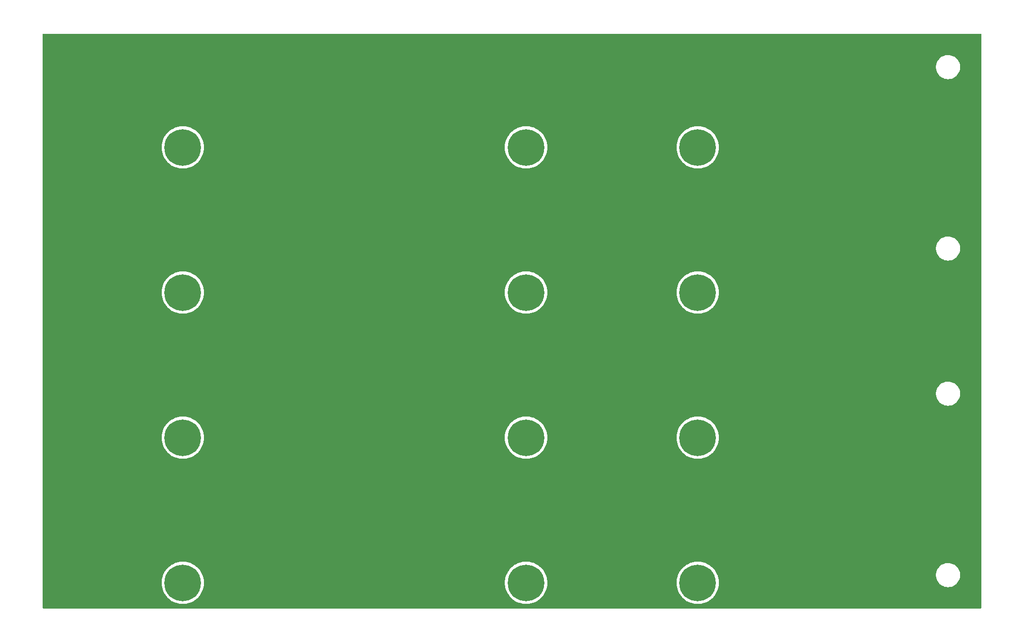
<source format=gbr>
%TF.GenerationSoftware,KiCad,Pcbnew,(6.0.5)*%
%TF.CreationDate,2023-01-21T13:29:46-05:00*%
%TF.ProjectId,floppy_bracket,666c6f70-7079-45f6-9272-61636b65742e,rev?*%
%TF.SameCoordinates,Original*%
%TF.FileFunction,Copper,L2,Bot*%
%TF.FilePolarity,Positive*%
%FSLAX46Y46*%
G04 Gerber Fmt 4.6, Leading zero omitted, Abs format (unit mm)*
G04 Created by KiCad (PCBNEW (6.0.5)) date 2023-01-21 13:29:46*
%MOMM*%
%LPD*%
G01*
G04 APERTURE LIST*
%TA.AperFunction,ComponentPad*%
%ADD10C,6.400000*%
%TD*%
G04 APERTURE END LIST*
D10*
%TO.P,H2,1*%
%TO.N,N/C*%
X161200000Y-71200000D03*
%TD*%
%TO.P,H11,1*%
%TO.N,N/C*%
X161200000Y-147400000D03*
%TD*%
%TO.P,H6,1*%
%TO.N,N/C*%
X191200000Y-96600000D03*
%TD*%
%TO.P,H5,1*%
%TO.N,N/C*%
X161200000Y-96600000D03*
%TD*%
%TO.P,H10,1*%
%TO.N,N/C*%
X101200000Y-147400000D03*
%TD*%
%TO.P,H3,1*%
%TO.N,N/C*%
X191200000Y-71200000D03*
%TD*%
%TO.P,H7,1*%
%TO.N,N/C*%
X101200000Y-122000000D03*
%TD*%
%TO.P,H12,1*%
%TO.N,N/C*%
X191200000Y-147400000D03*
%TD*%
%TO.P,H8,1*%
%TO.N,N/C*%
X161200000Y-122000000D03*
%TD*%
%TO.P,H4,1*%
%TO.N,N/C*%
X101200000Y-96600000D03*
%TD*%
%TO.P,H9,1*%
%TO.N,N/C*%
X191200000Y-122000000D03*
%TD*%
%TO.P,H1,1*%
%TO.N,N/C*%
X101200000Y-71200000D03*
%TD*%
%TA.AperFunction,NonConductor*%
G36*
X240733621Y-51328502D02*
G01*
X240780114Y-51382158D01*
X240791500Y-51434500D01*
X240791500Y-151765500D01*
X240771498Y-151833621D01*
X240717842Y-151880114D01*
X240665500Y-151891500D01*
X76834500Y-151891500D01*
X76766379Y-151871498D01*
X76719886Y-151817842D01*
X76708500Y-151765500D01*
X76708500Y-147400000D01*
X97486411Y-147400000D01*
X97506754Y-147788176D01*
X97507267Y-147791416D01*
X97507268Y-147791424D01*
X97518085Y-147859715D01*
X97567562Y-148172099D01*
X97668167Y-148547562D01*
X97807468Y-148910453D01*
X97983938Y-149256794D01*
X98195643Y-149582793D01*
X98440266Y-149884876D01*
X98715124Y-150159734D01*
X99017207Y-150404357D01*
X99343205Y-150616062D01*
X99346139Y-150617557D01*
X99346146Y-150617561D01*
X99686607Y-150791034D01*
X99689547Y-150792532D01*
X100052438Y-150931833D01*
X100427901Y-151032438D01*
X100631793Y-151064732D01*
X100808576Y-151092732D01*
X100808584Y-151092733D01*
X100811824Y-151093246D01*
X101200000Y-151113589D01*
X101588176Y-151093246D01*
X101591416Y-151092733D01*
X101591424Y-151092732D01*
X101768207Y-151064732D01*
X101972099Y-151032438D01*
X102347562Y-150931833D01*
X102710453Y-150792532D01*
X102713393Y-150791034D01*
X103053854Y-150617561D01*
X103053861Y-150617557D01*
X103056795Y-150616062D01*
X103382793Y-150404357D01*
X103684876Y-150159734D01*
X103959734Y-149884876D01*
X104204357Y-149582793D01*
X104416062Y-149256794D01*
X104592532Y-148910453D01*
X104731833Y-148547562D01*
X104832438Y-148172099D01*
X104881915Y-147859715D01*
X104892732Y-147791424D01*
X104892733Y-147791416D01*
X104893246Y-147788176D01*
X104913589Y-147400000D01*
X157486411Y-147400000D01*
X157506754Y-147788176D01*
X157507267Y-147791416D01*
X157507268Y-147791424D01*
X157518085Y-147859715D01*
X157567562Y-148172099D01*
X157668167Y-148547562D01*
X157807468Y-148910453D01*
X157983938Y-149256794D01*
X158195643Y-149582793D01*
X158440266Y-149884876D01*
X158715124Y-150159734D01*
X159017207Y-150404357D01*
X159343205Y-150616062D01*
X159346139Y-150617557D01*
X159346146Y-150617561D01*
X159686607Y-150791034D01*
X159689547Y-150792532D01*
X160052438Y-150931833D01*
X160427901Y-151032438D01*
X160631793Y-151064732D01*
X160808576Y-151092732D01*
X160808584Y-151092733D01*
X160811824Y-151093246D01*
X161200000Y-151113589D01*
X161588176Y-151093246D01*
X161591416Y-151092733D01*
X161591424Y-151092732D01*
X161768207Y-151064732D01*
X161972099Y-151032438D01*
X162347562Y-150931833D01*
X162710453Y-150792532D01*
X162713393Y-150791034D01*
X163053854Y-150617561D01*
X163053861Y-150617557D01*
X163056795Y-150616062D01*
X163382793Y-150404357D01*
X163684876Y-150159734D01*
X163959734Y-149884876D01*
X164204357Y-149582793D01*
X164416062Y-149256794D01*
X164592532Y-148910453D01*
X164731833Y-148547562D01*
X164832438Y-148172099D01*
X164881915Y-147859715D01*
X164892732Y-147791424D01*
X164892733Y-147791416D01*
X164893246Y-147788176D01*
X164913589Y-147400000D01*
X187486411Y-147400000D01*
X187506754Y-147788176D01*
X187507267Y-147791416D01*
X187507268Y-147791424D01*
X187518085Y-147859715D01*
X187567562Y-148172099D01*
X187668167Y-148547562D01*
X187807468Y-148910453D01*
X187983938Y-149256794D01*
X188195643Y-149582793D01*
X188440266Y-149884876D01*
X188715124Y-150159734D01*
X189017207Y-150404357D01*
X189343205Y-150616062D01*
X189346139Y-150617557D01*
X189346146Y-150617561D01*
X189686607Y-150791034D01*
X189689547Y-150792532D01*
X190052438Y-150931833D01*
X190427901Y-151032438D01*
X190631793Y-151064732D01*
X190808576Y-151092732D01*
X190808584Y-151092733D01*
X190811824Y-151093246D01*
X191200000Y-151113589D01*
X191588176Y-151093246D01*
X191591416Y-151092733D01*
X191591424Y-151092732D01*
X191768207Y-151064732D01*
X191972099Y-151032438D01*
X192347562Y-150931833D01*
X192710453Y-150792532D01*
X192713393Y-150791034D01*
X193053854Y-150617561D01*
X193053861Y-150617557D01*
X193056795Y-150616062D01*
X193382793Y-150404357D01*
X193684876Y-150159734D01*
X193959734Y-149884876D01*
X194204357Y-149582793D01*
X194416062Y-149256794D01*
X194592532Y-148910453D01*
X194731833Y-148547562D01*
X194832438Y-148172099D01*
X194881915Y-147859715D01*
X194892732Y-147791424D01*
X194892733Y-147791416D01*
X194893246Y-147788176D01*
X194913589Y-147400000D01*
X194893246Y-147011824D01*
X194892249Y-147005524D01*
X194864732Y-146831793D01*
X194832438Y-146627901D01*
X194731833Y-146252438D01*
X194705064Y-146182703D01*
X232840743Y-146182703D01*
X232878268Y-146467734D01*
X232954129Y-146745036D01*
X233066923Y-147009476D01*
X233214561Y-147256161D01*
X233394313Y-147480528D01*
X233602851Y-147678423D01*
X233836317Y-147846186D01*
X233840112Y-147848195D01*
X233840113Y-147848196D01*
X233861869Y-147859715D01*
X234090392Y-147980712D01*
X234360373Y-148079511D01*
X234641264Y-148140755D01*
X234669841Y-148143004D01*
X234864282Y-148158307D01*
X234864291Y-148158307D01*
X234866739Y-148158500D01*
X235022271Y-148158500D01*
X235024407Y-148158354D01*
X235024418Y-148158354D01*
X235232548Y-148144165D01*
X235232554Y-148144164D01*
X235236825Y-148143873D01*
X235241020Y-148143004D01*
X235241022Y-148143004D01*
X235377583Y-148114724D01*
X235518342Y-148085574D01*
X235789343Y-147989607D01*
X236044812Y-147857750D01*
X236048313Y-147855289D01*
X236048317Y-147855287D01*
X236162418Y-147775095D01*
X236280023Y-147692441D01*
X236490622Y-147496740D01*
X236672713Y-147274268D01*
X236822927Y-147029142D01*
X236938483Y-146765898D01*
X237017244Y-146489406D01*
X237057751Y-146204784D01*
X237057845Y-146186951D01*
X237059235Y-145921583D01*
X237059235Y-145921576D01*
X237059257Y-145917297D01*
X237021732Y-145632266D01*
X236945871Y-145354964D01*
X236887112Y-145217207D01*
X236834763Y-145094476D01*
X236834761Y-145094472D01*
X236833077Y-145090524D01*
X236685439Y-144843839D01*
X236505687Y-144619472D01*
X236297149Y-144421577D01*
X236063683Y-144253814D01*
X236041843Y-144242250D01*
X235928879Y-144182439D01*
X235809608Y-144119288D01*
X235539627Y-144020489D01*
X235258736Y-143959245D01*
X235227685Y-143956801D01*
X235035718Y-143941693D01*
X235035709Y-143941693D01*
X235033261Y-143941500D01*
X234877729Y-143941500D01*
X234875593Y-143941646D01*
X234875582Y-143941646D01*
X234667452Y-143955835D01*
X234667446Y-143955836D01*
X234663175Y-143956127D01*
X234658980Y-143956996D01*
X234658978Y-143956996D01*
X234522417Y-143985276D01*
X234381658Y-144014426D01*
X234110657Y-144110393D01*
X233855188Y-144242250D01*
X233851687Y-144244711D01*
X233851683Y-144244713D01*
X233841594Y-144251804D01*
X233619977Y-144407559D01*
X233409378Y-144603260D01*
X233227287Y-144825732D01*
X233077073Y-145070858D01*
X232961517Y-145334102D01*
X232882756Y-145610594D01*
X232842249Y-145895216D01*
X232842227Y-145899505D01*
X232842226Y-145899512D01*
X232840765Y-146178417D01*
X232840743Y-146182703D01*
X194705064Y-146182703D01*
X194592532Y-145889547D01*
X194463609Y-145636522D01*
X194417561Y-145546147D01*
X194417557Y-145546140D01*
X194416062Y-145543206D01*
X194204357Y-145217207D01*
X193959734Y-144915124D01*
X193684876Y-144640266D01*
X193655559Y-144616525D01*
X193533834Y-144517954D01*
X193382793Y-144395643D01*
X193380029Y-144393848D01*
X193059564Y-144185736D01*
X193059561Y-144185734D01*
X193056795Y-144183938D01*
X193053861Y-144182443D01*
X193053854Y-144182439D01*
X192713393Y-144008966D01*
X192710453Y-144007468D01*
X192347562Y-143868167D01*
X191972099Y-143767562D01*
X191768207Y-143735268D01*
X191591424Y-143707268D01*
X191591416Y-143707267D01*
X191588176Y-143706754D01*
X191200000Y-143686411D01*
X190811824Y-143706754D01*
X190808584Y-143707267D01*
X190808576Y-143707268D01*
X190631793Y-143735268D01*
X190427901Y-143767562D01*
X190052438Y-143868167D01*
X189689547Y-144007468D01*
X189686607Y-144008966D01*
X189346147Y-144182439D01*
X189346140Y-144182443D01*
X189343206Y-144183938D01*
X189340440Y-144185734D01*
X189340437Y-144185736D01*
X189253413Y-144242250D01*
X189017207Y-144395643D01*
X188866166Y-144517954D01*
X188744442Y-144616525D01*
X188715124Y-144640266D01*
X188440266Y-144915124D01*
X188195643Y-145217207D01*
X187983938Y-145543206D01*
X187982443Y-145546140D01*
X187982439Y-145546147D01*
X187936391Y-145636522D01*
X187807468Y-145889547D01*
X187668167Y-146252438D01*
X187567562Y-146627901D01*
X187535268Y-146831793D01*
X187507752Y-147005524D01*
X187506754Y-147011824D01*
X187486411Y-147400000D01*
X164913589Y-147400000D01*
X164893246Y-147011824D01*
X164892249Y-147005524D01*
X164864732Y-146831793D01*
X164832438Y-146627901D01*
X164731833Y-146252438D01*
X164592532Y-145889547D01*
X164463609Y-145636522D01*
X164417561Y-145546147D01*
X164417557Y-145546140D01*
X164416062Y-145543206D01*
X164204357Y-145217207D01*
X163959734Y-144915124D01*
X163684876Y-144640266D01*
X163655559Y-144616525D01*
X163533834Y-144517954D01*
X163382793Y-144395643D01*
X163380029Y-144393848D01*
X163059564Y-144185736D01*
X163059561Y-144185734D01*
X163056795Y-144183938D01*
X163053861Y-144182443D01*
X163053854Y-144182439D01*
X162713393Y-144008966D01*
X162710453Y-144007468D01*
X162347562Y-143868167D01*
X161972099Y-143767562D01*
X161768207Y-143735268D01*
X161591424Y-143707268D01*
X161591416Y-143707267D01*
X161588176Y-143706754D01*
X161200000Y-143686411D01*
X160811824Y-143706754D01*
X160808584Y-143707267D01*
X160808576Y-143707268D01*
X160631793Y-143735268D01*
X160427901Y-143767562D01*
X160052438Y-143868167D01*
X159689547Y-144007468D01*
X159686607Y-144008966D01*
X159346147Y-144182439D01*
X159346140Y-144182443D01*
X159343206Y-144183938D01*
X159340440Y-144185734D01*
X159340437Y-144185736D01*
X159253413Y-144242250D01*
X159017207Y-144395643D01*
X158866166Y-144517954D01*
X158744442Y-144616525D01*
X158715124Y-144640266D01*
X158440266Y-144915124D01*
X158195643Y-145217207D01*
X157983938Y-145543206D01*
X157982443Y-145546140D01*
X157982439Y-145546147D01*
X157936391Y-145636522D01*
X157807468Y-145889547D01*
X157668167Y-146252438D01*
X157567562Y-146627901D01*
X157535268Y-146831793D01*
X157507752Y-147005524D01*
X157506754Y-147011824D01*
X157486411Y-147400000D01*
X104913589Y-147400000D01*
X104893246Y-147011824D01*
X104892249Y-147005524D01*
X104864732Y-146831793D01*
X104832438Y-146627901D01*
X104731833Y-146252438D01*
X104592532Y-145889547D01*
X104463609Y-145636522D01*
X104417561Y-145546147D01*
X104417557Y-145546140D01*
X104416062Y-145543206D01*
X104204357Y-145217207D01*
X103959734Y-144915124D01*
X103684876Y-144640266D01*
X103655559Y-144616525D01*
X103533834Y-144517954D01*
X103382793Y-144395643D01*
X103380029Y-144393848D01*
X103059564Y-144185736D01*
X103059561Y-144185734D01*
X103056795Y-144183938D01*
X103053861Y-144182443D01*
X103053854Y-144182439D01*
X102713393Y-144008966D01*
X102710453Y-144007468D01*
X102347562Y-143868167D01*
X101972099Y-143767562D01*
X101768207Y-143735268D01*
X101591424Y-143707268D01*
X101591416Y-143707267D01*
X101588176Y-143706754D01*
X101200000Y-143686411D01*
X100811824Y-143706754D01*
X100808584Y-143707267D01*
X100808576Y-143707268D01*
X100631793Y-143735268D01*
X100427901Y-143767562D01*
X100052438Y-143868167D01*
X99689547Y-144007468D01*
X99686607Y-144008966D01*
X99346147Y-144182439D01*
X99346140Y-144182443D01*
X99343206Y-144183938D01*
X99340440Y-144185734D01*
X99340437Y-144185736D01*
X99253413Y-144242250D01*
X99017207Y-144395643D01*
X98866166Y-144517954D01*
X98744442Y-144616525D01*
X98715124Y-144640266D01*
X98440266Y-144915124D01*
X98195643Y-145217207D01*
X97983938Y-145543206D01*
X97982443Y-145546140D01*
X97982439Y-145546147D01*
X97936391Y-145636522D01*
X97807468Y-145889547D01*
X97668167Y-146252438D01*
X97567562Y-146627901D01*
X97535268Y-146831793D01*
X97507752Y-147005524D01*
X97506754Y-147011824D01*
X97486411Y-147400000D01*
X76708500Y-147400000D01*
X76708500Y-122000000D01*
X97486411Y-122000000D01*
X97506754Y-122388176D01*
X97567562Y-122772099D01*
X97668167Y-123147562D01*
X97807468Y-123510453D01*
X97983938Y-123856794D01*
X98195643Y-124182793D01*
X98440266Y-124484876D01*
X98715124Y-124759734D01*
X99017207Y-125004357D01*
X99343205Y-125216062D01*
X99346139Y-125217557D01*
X99346146Y-125217561D01*
X99686607Y-125391034D01*
X99689547Y-125392532D01*
X100052438Y-125531833D01*
X100427901Y-125632438D01*
X100631793Y-125664732D01*
X100808576Y-125692732D01*
X100808584Y-125692733D01*
X100811824Y-125693246D01*
X101200000Y-125713589D01*
X101588176Y-125693246D01*
X101591416Y-125692733D01*
X101591424Y-125692732D01*
X101768207Y-125664732D01*
X101972099Y-125632438D01*
X102347562Y-125531833D01*
X102710453Y-125392532D01*
X102713393Y-125391034D01*
X103053854Y-125217561D01*
X103053861Y-125217557D01*
X103056795Y-125216062D01*
X103382793Y-125004357D01*
X103684876Y-124759734D01*
X103959734Y-124484876D01*
X104204357Y-124182793D01*
X104416062Y-123856794D01*
X104592532Y-123510453D01*
X104731833Y-123147562D01*
X104832438Y-122772099D01*
X104893246Y-122388176D01*
X104913589Y-122000000D01*
X157486411Y-122000000D01*
X157506754Y-122388176D01*
X157567562Y-122772099D01*
X157668167Y-123147562D01*
X157807468Y-123510453D01*
X157983938Y-123856794D01*
X158195643Y-124182793D01*
X158440266Y-124484876D01*
X158715124Y-124759734D01*
X159017207Y-125004357D01*
X159343205Y-125216062D01*
X159346139Y-125217557D01*
X159346146Y-125217561D01*
X159686607Y-125391034D01*
X159689547Y-125392532D01*
X160052438Y-125531833D01*
X160427901Y-125632438D01*
X160631793Y-125664732D01*
X160808576Y-125692732D01*
X160808584Y-125692733D01*
X160811824Y-125693246D01*
X161200000Y-125713589D01*
X161588176Y-125693246D01*
X161591416Y-125692733D01*
X161591424Y-125692732D01*
X161768207Y-125664732D01*
X161972099Y-125632438D01*
X162347562Y-125531833D01*
X162710453Y-125392532D01*
X162713393Y-125391034D01*
X163053854Y-125217561D01*
X163053861Y-125217557D01*
X163056795Y-125216062D01*
X163382793Y-125004357D01*
X163684876Y-124759734D01*
X163959734Y-124484876D01*
X164204357Y-124182793D01*
X164416062Y-123856794D01*
X164592532Y-123510453D01*
X164731833Y-123147562D01*
X164832438Y-122772099D01*
X164893246Y-122388176D01*
X164913589Y-122000000D01*
X187486411Y-122000000D01*
X187506754Y-122388176D01*
X187567562Y-122772099D01*
X187668167Y-123147562D01*
X187807468Y-123510453D01*
X187983938Y-123856794D01*
X188195643Y-124182793D01*
X188440266Y-124484876D01*
X188715124Y-124759734D01*
X189017207Y-125004357D01*
X189343205Y-125216062D01*
X189346139Y-125217557D01*
X189346146Y-125217561D01*
X189686607Y-125391034D01*
X189689547Y-125392532D01*
X190052438Y-125531833D01*
X190427901Y-125632438D01*
X190631793Y-125664732D01*
X190808576Y-125692732D01*
X190808584Y-125692733D01*
X190811824Y-125693246D01*
X191200000Y-125713589D01*
X191588176Y-125693246D01*
X191591416Y-125692733D01*
X191591424Y-125692732D01*
X191768207Y-125664732D01*
X191972099Y-125632438D01*
X192347562Y-125531833D01*
X192710453Y-125392532D01*
X192713393Y-125391034D01*
X193053854Y-125217561D01*
X193053861Y-125217557D01*
X193056795Y-125216062D01*
X193382793Y-125004357D01*
X193684876Y-124759734D01*
X193959734Y-124484876D01*
X194204357Y-124182793D01*
X194416062Y-123856794D01*
X194592532Y-123510453D01*
X194731833Y-123147562D01*
X194832438Y-122772099D01*
X194893246Y-122388176D01*
X194913589Y-122000000D01*
X194893246Y-121611824D01*
X194832438Y-121227901D01*
X194731833Y-120852438D01*
X194592532Y-120489547D01*
X194416062Y-120143206D01*
X194204357Y-119817207D01*
X193959734Y-119515124D01*
X193684876Y-119240266D01*
X193382793Y-118995643D01*
X193056795Y-118783938D01*
X193053861Y-118782443D01*
X193053854Y-118782439D01*
X192713393Y-118608966D01*
X192710453Y-118607468D01*
X192347562Y-118468167D01*
X191972099Y-118367562D01*
X191768207Y-118335268D01*
X191591424Y-118307268D01*
X191591416Y-118307267D01*
X191588176Y-118306754D01*
X191200000Y-118286411D01*
X190811824Y-118306754D01*
X190808584Y-118307267D01*
X190808576Y-118307268D01*
X190631793Y-118335268D01*
X190427901Y-118367562D01*
X190052438Y-118468167D01*
X189689547Y-118607468D01*
X189686607Y-118608966D01*
X189346147Y-118782439D01*
X189346140Y-118782443D01*
X189343206Y-118783938D01*
X189017207Y-118995643D01*
X188715124Y-119240266D01*
X188440266Y-119515124D01*
X188195643Y-119817207D01*
X187983938Y-120143206D01*
X187807468Y-120489547D01*
X187668167Y-120852438D01*
X187567562Y-121227901D01*
X187506754Y-121611824D01*
X187486411Y-122000000D01*
X164913589Y-122000000D01*
X164893246Y-121611824D01*
X164832438Y-121227901D01*
X164731833Y-120852438D01*
X164592532Y-120489547D01*
X164416062Y-120143206D01*
X164204357Y-119817207D01*
X163959734Y-119515124D01*
X163684876Y-119240266D01*
X163382793Y-118995643D01*
X163056795Y-118783938D01*
X163053861Y-118782443D01*
X163053854Y-118782439D01*
X162713393Y-118608966D01*
X162710453Y-118607468D01*
X162347562Y-118468167D01*
X161972099Y-118367562D01*
X161768207Y-118335268D01*
X161591424Y-118307268D01*
X161591416Y-118307267D01*
X161588176Y-118306754D01*
X161200000Y-118286411D01*
X160811824Y-118306754D01*
X160808584Y-118307267D01*
X160808576Y-118307268D01*
X160631793Y-118335268D01*
X160427901Y-118367562D01*
X160052438Y-118468167D01*
X159689547Y-118607468D01*
X159686607Y-118608966D01*
X159346147Y-118782439D01*
X159346140Y-118782443D01*
X159343206Y-118783938D01*
X159017207Y-118995643D01*
X158715124Y-119240266D01*
X158440266Y-119515124D01*
X158195643Y-119817207D01*
X157983938Y-120143206D01*
X157807468Y-120489547D01*
X157668167Y-120852438D01*
X157567562Y-121227901D01*
X157506754Y-121611824D01*
X157486411Y-122000000D01*
X104913589Y-122000000D01*
X104893246Y-121611824D01*
X104832438Y-121227901D01*
X104731833Y-120852438D01*
X104592532Y-120489547D01*
X104416062Y-120143206D01*
X104204357Y-119817207D01*
X103959734Y-119515124D01*
X103684876Y-119240266D01*
X103382793Y-118995643D01*
X103056795Y-118783938D01*
X103053861Y-118782443D01*
X103053854Y-118782439D01*
X102713393Y-118608966D01*
X102710453Y-118607468D01*
X102347562Y-118468167D01*
X101972099Y-118367562D01*
X101768207Y-118335268D01*
X101591424Y-118307268D01*
X101591416Y-118307267D01*
X101588176Y-118306754D01*
X101200000Y-118286411D01*
X100811824Y-118306754D01*
X100808584Y-118307267D01*
X100808576Y-118307268D01*
X100631793Y-118335268D01*
X100427901Y-118367562D01*
X100052438Y-118468167D01*
X99689547Y-118607468D01*
X99686607Y-118608966D01*
X99346147Y-118782439D01*
X99346140Y-118782443D01*
X99343206Y-118783938D01*
X99017207Y-118995643D01*
X98715124Y-119240266D01*
X98440266Y-119515124D01*
X98195643Y-119817207D01*
X97983938Y-120143206D01*
X97807468Y-120489547D01*
X97668167Y-120852438D01*
X97567562Y-121227901D01*
X97506754Y-121611824D01*
X97486411Y-122000000D01*
X76708500Y-122000000D01*
X76708500Y-114432703D01*
X232840743Y-114432703D01*
X232878268Y-114717734D01*
X232954129Y-114995036D01*
X233066923Y-115259476D01*
X233214561Y-115506161D01*
X233394313Y-115730528D01*
X233602851Y-115928423D01*
X233836317Y-116096186D01*
X233840112Y-116098195D01*
X233840113Y-116098196D01*
X233861869Y-116109715D01*
X234090392Y-116230712D01*
X234360373Y-116329511D01*
X234641264Y-116390755D01*
X234669841Y-116393004D01*
X234864282Y-116408307D01*
X234864291Y-116408307D01*
X234866739Y-116408500D01*
X235022271Y-116408500D01*
X235024407Y-116408354D01*
X235024418Y-116408354D01*
X235232548Y-116394165D01*
X235232554Y-116394164D01*
X235236825Y-116393873D01*
X235241020Y-116393004D01*
X235241022Y-116393004D01*
X235377584Y-116364723D01*
X235518342Y-116335574D01*
X235789343Y-116239607D01*
X236044812Y-116107750D01*
X236048313Y-116105289D01*
X236048317Y-116105287D01*
X236162418Y-116025095D01*
X236280023Y-115942441D01*
X236490622Y-115746740D01*
X236672713Y-115524268D01*
X236822927Y-115279142D01*
X236938483Y-115015898D01*
X237017244Y-114739406D01*
X237057751Y-114454784D01*
X237057845Y-114436951D01*
X237059235Y-114171583D01*
X237059235Y-114171576D01*
X237059257Y-114167297D01*
X237021732Y-113882266D01*
X236945871Y-113604964D01*
X236833077Y-113340524D01*
X236685439Y-113093839D01*
X236505687Y-112869472D01*
X236297149Y-112671577D01*
X236063683Y-112503814D01*
X236041843Y-112492250D01*
X236018654Y-112479972D01*
X235809608Y-112369288D01*
X235539627Y-112270489D01*
X235258736Y-112209245D01*
X235227685Y-112206801D01*
X235035718Y-112191693D01*
X235035709Y-112191693D01*
X235033261Y-112191500D01*
X234877729Y-112191500D01*
X234875593Y-112191646D01*
X234875582Y-112191646D01*
X234667452Y-112205835D01*
X234667446Y-112205836D01*
X234663175Y-112206127D01*
X234658980Y-112206996D01*
X234658978Y-112206996D01*
X234522417Y-112235276D01*
X234381658Y-112264426D01*
X234110657Y-112360393D01*
X233855188Y-112492250D01*
X233851687Y-112494711D01*
X233851683Y-112494713D01*
X233841594Y-112501804D01*
X233619977Y-112657559D01*
X233409378Y-112853260D01*
X233227287Y-113075732D01*
X233077073Y-113320858D01*
X232961517Y-113584102D01*
X232882756Y-113860594D01*
X232842249Y-114145216D01*
X232842227Y-114149505D01*
X232842226Y-114149512D01*
X232840765Y-114428417D01*
X232840743Y-114432703D01*
X76708500Y-114432703D01*
X76708500Y-96600000D01*
X97486411Y-96600000D01*
X97506754Y-96988176D01*
X97567562Y-97372099D01*
X97668167Y-97747562D01*
X97807468Y-98110453D01*
X97983938Y-98456794D01*
X98195643Y-98782793D01*
X98440266Y-99084876D01*
X98715124Y-99359734D01*
X99017207Y-99604357D01*
X99343205Y-99816062D01*
X99346139Y-99817557D01*
X99346146Y-99817561D01*
X99686607Y-99991034D01*
X99689547Y-99992532D01*
X100052438Y-100131833D01*
X100427901Y-100232438D01*
X100631793Y-100264732D01*
X100808576Y-100292732D01*
X100808584Y-100292733D01*
X100811824Y-100293246D01*
X101200000Y-100313589D01*
X101588176Y-100293246D01*
X101591416Y-100292733D01*
X101591424Y-100292732D01*
X101768207Y-100264732D01*
X101972099Y-100232438D01*
X102347562Y-100131833D01*
X102710453Y-99992532D01*
X102713393Y-99991034D01*
X103053854Y-99817561D01*
X103053861Y-99817557D01*
X103056795Y-99816062D01*
X103382793Y-99604357D01*
X103684876Y-99359734D01*
X103959734Y-99084876D01*
X104204357Y-98782793D01*
X104416062Y-98456794D01*
X104592532Y-98110453D01*
X104731833Y-97747562D01*
X104832438Y-97372099D01*
X104893246Y-96988176D01*
X104913589Y-96600000D01*
X157486411Y-96600000D01*
X157506754Y-96988176D01*
X157567562Y-97372099D01*
X157668167Y-97747562D01*
X157807468Y-98110453D01*
X157983938Y-98456794D01*
X158195643Y-98782793D01*
X158440266Y-99084876D01*
X158715124Y-99359734D01*
X159017207Y-99604357D01*
X159343205Y-99816062D01*
X159346139Y-99817557D01*
X159346146Y-99817561D01*
X159686607Y-99991034D01*
X159689547Y-99992532D01*
X160052438Y-100131833D01*
X160427901Y-100232438D01*
X160631793Y-100264732D01*
X160808576Y-100292732D01*
X160808584Y-100292733D01*
X160811824Y-100293246D01*
X161200000Y-100313589D01*
X161588176Y-100293246D01*
X161591416Y-100292733D01*
X161591424Y-100292732D01*
X161768207Y-100264732D01*
X161972099Y-100232438D01*
X162347562Y-100131833D01*
X162710453Y-99992532D01*
X162713393Y-99991034D01*
X163053854Y-99817561D01*
X163053861Y-99817557D01*
X163056795Y-99816062D01*
X163382793Y-99604357D01*
X163684876Y-99359734D01*
X163959734Y-99084876D01*
X164204357Y-98782793D01*
X164416062Y-98456794D01*
X164592532Y-98110453D01*
X164731833Y-97747562D01*
X164832438Y-97372099D01*
X164893246Y-96988176D01*
X164913589Y-96600000D01*
X187486411Y-96600000D01*
X187506754Y-96988176D01*
X187567562Y-97372099D01*
X187668167Y-97747562D01*
X187807468Y-98110453D01*
X187983938Y-98456794D01*
X188195643Y-98782793D01*
X188440266Y-99084876D01*
X188715124Y-99359734D01*
X189017207Y-99604357D01*
X189343205Y-99816062D01*
X189346139Y-99817557D01*
X189346146Y-99817561D01*
X189686607Y-99991034D01*
X189689547Y-99992532D01*
X190052438Y-100131833D01*
X190427901Y-100232438D01*
X190631793Y-100264732D01*
X190808576Y-100292732D01*
X190808584Y-100292733D01*
X190811824Y-100293246D01*
X191200000Y-100313589D01*
X191588176Y-100293246D01*
X191591416Y-100292733D01*
X191591424Y-100292732D01*
X191768207Y-100264732D01*
X191972099Y-100232438D01*
X192347562Y-100131833D01*
X192710453Y-99992532D01*
X192713393Y-99991034D01*
X193053854Y-99817561D01*
X193053861Y-99817557D01*
X193056795Y-99816062D01*
X193382793Y-99604357D01*
X193684876Y-99359734D01*
X193959734Y-99084876D01*
X194204357Y-98782793D01*
X194416062Y-98456794D01*
X194592532Y-98110453D01*
X194731833Y-97747562D01*
X194832438Y-97372099D01*
X194893246Y-96988176D01*
X194913589Y-96600000D01*
X194893246Y-96211824D01*
X194832438Y-95827901D01*
X194731833Y-95452438D01*
X194592532Y-95089547D01*
X194416062Y-94743206D01*
X194204357Y-94417207D01*
X193959734Y-94115124D01*
X193684876Y-93840266D01*
X193382793Y-93595643D01*
X193056795Y-93383938D01*
X193053861Y-93382443D01*
X193053854Y-93382439D01*
X192713393Y-93208966D01*
X192710453Y-93207468D01*
X192347562Y-93068167D01*
X191972099Y-92967562D01*
X191768207Y-92935268D01*
X191591424Y-92907268D01*
X191591416Y-92907267D01*
X191588176Y-92906754D01*
X191200000Y-92886411D01*
X190811824Y-92906754D01*
X190808584Y-92907267D01*
X190808576Y-92907268D01*
X190631793Y-92935268D01*
X190427901Y-92967562D01*
X190052438Y-93068167D01*
X189689547Y-93207468D01*
X189686607Y-93208966D01*
X189346147Y-93382439D01*
X189346140Y-93382443D01*
X189343206Y-93383938D01*
X189017207Y-93595643D01*
X188715124Y-93840266D01*
X188440266Y-94115124D01*
X188195643Y-94417207D01*
X187983938Y-94743206D01*
X187807468Y-95089547D01*
X187668167Y-95452438D01*
X187567562Y-95827901D01*
X187506754Y-96211824D01*
X187486411Y-96600000D01*
X164913589Y-96600000D01*
X164893246Y-96211824D01*
X164832438Y-95827901D01*
X164731833Y-95452438D01*
X164592532Y-95089547D01*
X164416062Y-94743206D01*
X164204357Y-94417207D01*
X163959734Y-94115124D01*
X163684876Y-93840266D01*
X163382793Y-93595643D01*
X163056795Y-93383938D01*
X163053861Y-93382443D01*
X163053854Y-93382439D01*
X162713393Y-93208966D01*
X162710453Y-93207468D01*
X162347562Y-93068167D01*
X161972099Y-92967562D01*
X161768207Y-92935268D01*
X161591424Y-92907268D01*
X161591416Y-92907267D01*
X161588176Y-92906754D01*
X161200000Y-92886411D01*
X160811824Y-92906754D01*
X160808584Y-92907267D01*
X160808576Y-92907268D01*
X160631793Y-92935268D01*
X160427901Y-92967562D01*
X160052438Y-93068167D01*
X159689547Y-93207468D01*
X159686607Y-93208966D01*
X159346147Y-93382439D01*
X159346140Y-93382443D01*
X159343206Y-93383938D01*
X159017207Y-93595643D01*
X158715124Y-93840266D01*
X158440266Y-94115124D01*
X158195643Y-94417207D01*
X157983938Y-94743206D01*
X157807468Y-95089547D01*
X157668167Y-95452438D01*
X157567562Y-95827901D01*
X157506754Y-96211824D01*
X157486411Y-96600000D01*
X104913589Y-96600000D01*
X104893246Y-96211824D01*
X104832438Y-95827901D01*
X104731833Y-95452438D01*
X104592532Y-95089547D01*
X104416062Y-94743206D01*
X104204357Y-94417207D01*
X103959734Y-94115124D01*
X103684876Y-93840266D01*
X103382793Y-93595643D01*
X103056795Y-93383938D01*
X103053861Y-93382443D01*
X103053854Y-93382439D01*
X102713393Y-93208966D01*
X102710453Y-93207468D01*
X102347562Y-93068167D01*
X101972099Y-92967562D01*
X101768207Y-92935268D01*
X101591424Y-92907268D01*
X101591416Y-92907267D01*
X101588176Y-92906754D01*
X101200000Y-92886411D01*
X100811824Y-92906754D01*
X100808584Y-92907267D01*
X100808576Y-92907268D01*
X100631793Y-92935268D01*
X100427901Y-92967562D01*
X100052438Y-93068167D01*
X99689547Y-93207468D01*
X99686607Y-93208966D01*
X99346147Y-93382439D01*
X99346140Y-93382443D01*
X99343206Y-93383938D01*
X99017207Y-93595643D01*
X98715124Y-93840266D01*
X98440266Y-94115124D01*
X98195643Y-94417207D01*
X97983938Y-94743206D01*
X97807468Y-95089547D01*
X97668167Y-95452438D01*
X97567562Y-95827901D01*
X97506754Y-96211824D01*
X97486411Y-96600000D01*
X76708500Y-96600000D01*
X76708500Y-89032703D01*
X232840743Y-89032703D01*
X232878268Y-89317734D01*
X232954129Y-89595036D01*
X233066923Y-89859476D01*
X233214561Y-90106161D01*
X233394313Y-90330528D01*
X233602851Y-90528423D01*
X233836317Y-90696186D01*
X233840112Y-90698195D01*
X233840113Y-90698196D01*
X233861869Y-90709715D01*
X234090392Y-90830712D01*
X234360373Y-90929511D01*
X234641264Y-90990755D01*
X234669841Y-90993004D01*
X234864282Y-91008307D01*
X234864291Y-91008307D01*
X234866739Y-91008500D01*
X235022271Y-91008500D01*
X235024407Y-91008354D01*
X235024418Y-91008354D01*
X235232548Y-90994165D01*
X235232554Y-90994164D01*
X235236825Y-90993873D01*
X235241020Y-90993004D01*
X235241022Y-90993004D01*
X235377584Y-90964723D01*
X235518342Y-90935574D01*
X235789343Y-90839607D01*
X236044812Y-90707750D01*
X236048313Y-90705289D01*
X236048317Y-90705287D01*
X236162418Y-90625095D01*
X236280023Y-90542441D01*
X236490622Y-90346740D01*
X236672713Y-90124268D01*
X236822927Y-89879142D01*
X236938483Y-89615898D01*
X237017244Y-89339406D01*
X237057751Y-89054784D01*
X237057845Y-89036951D01*
X237059235Y-88771583D01*
X237059235Y-88771576D01*
X237059257Y-88767297D01*
X237021732Y-88482266D01*
X236945871Y-88204964D01*
X236833077Y-87940524D01*
X236685439Y-87693839D01*
X236505687Y-87469472D01*
X236297149Y-87271577D01*
X236063683Y-87103814D01*
X236041843Y-87092250D01*
X236018654Y-87079972D01*
X235809608Y-86969288D01*
X235539627Y-86870489D01*
X235258736Y-86809245D01*
X235227685Y-86806801D01*
X235035718Y-86791693D01*
X235035709Y-86791693D01*
X235033261Y-86791500D01*
X234877729Y-86791500D01*
X234875593Y-86791646D01*
X234875582Y-86791646D01*
X234667452Y-86805835D01*
X234667446Y-86805836D01*
X234663175Y-86806127D01*
X234658980Y-86806996D01*
X234658978Y-86806996D01*
X234522416Y-86835277D01*
X234381658Y-86864426D01*
X234110657Y-86960393D01*
X233855188Y-87092250D01*
X233851687Y-87094711D01*
X233851683Y-87094713D01*
X233841594Y-87101804D01*
X233619977Y-87257559D01*
X233409378Y-87453260D01*
X233227287Y-87675732D01*
X233077073Y-87920858D01*
X232961517Y-88184102D01*
X232882756Y-88460594D01*
X232842249Y-88745216D01*
X232842227Y-88749505D01*
X232842226Y-88749512D01*
X232840765Y-89028417D01*
X232840743Y-89032703D01*
X76708500Y-89032703D01*
X76708500Y-71200000D01*
X97486411Y-71200000D01*
X97506754Y-71588176D01*
X97567562Y-71972099D01*
X97668167Y-72347562D01*
X97807468Y-72710453D01*
X97983938Y-73056794D01*
X98195643Y-73382793D01*
X98440266Y-73684876D01*
X98715124Y-73959734D01*
X99017207Y-74204357D01*
X99343205Y-74416062D01*
X99346139Y-74417557D01*
X99346146Y-74417561D01*
X99686607Y-74591034D01*
X99689547Y-74592532D01*
X100052438Y-74731833D01*
X100427901Y-74832438D01*
X100631793Y-74864732D01*
X100808576Y-74892732D01*
X100808584Y-74892733D01*
X100811824Y-74893246D01*
X101200000Y-74913589D01*
X101588176Y-74893246D01*
X101591416Y-74892733D01*
X101591424Y-74892732D01*
X101768207Y-74864732D01*
X101972099Y-74832438D01*
X102347562Y-74731833D01*
X102710453Y-74592532D01*
X102713393Y-74591034D01*
X103053854Y-74417561D01*
X103053861Y-74417557D01*
X103056795Y-74416062D01*
X103382793Y-74204357D01*
X103684876Y-73959734D01*
X103959734Y-73684876D01*
X104204357Y-73382793D01*
X104416062Y-73056794D01*
X104592532Y-72710453D01*
X104731833Y-72347562D01*
X104832438Y-71972099D01*
X104893246Y-71588176D01*
X104913589Y-71200000D01*
X157486411Y-71200000D01*
X157506754Y-71588176D01*
X157567562Y-71972099D01*
X157668167Y-72347562D01*
X157807468Y-72710453D01*
X157983938Y-73056794D01*
X158195643Y-73382793D01*
X158440266Y-73684876D01*
X158715124Y-73959734D01*
X159017207Y-74204357D01*
X159343205Y-74416062D01*
X159346139Y-74417557D01*
X159346146Y-74417561D01*
X159686607Y-74591034D01*
X159689547Y-74592532D01*
X160052438Y-74731833D01*
X160427901Y-74832438D01*
X160631793Y-74864732D01*
X160808576Y-74892732D01*
X160808584Y-74892733D01*
X160811824Y-74893246D01*
X161200000Y-74913589D01*
X161588176Y-74893246D01*
X161591416Y-74892733D01*
X161591424Y-74892732D01*
X161768207Y-74864732D01*
X161972099Y-74832438D01*
X162347562Y-74731833D01*
X162710453Y-74592532D01*
X162713393Y-74591034D01*
X163053854Y-74417561D01*
X163053861Y-74417557D01*
X163056795Y-74416062D01*
X163382793Y-74204357D01*
X163684876Y-73959734D01*
X163959734Y-73684876D01*
X164204357Y-73382793D01*
X164416062Y-73056794D01*
X164592532Y-72710453D01*
X164731833Y-72347562D01*
X164832438Y-71972099D01*
X164893246Y-71588176D01*
X164913589Y-71200000D01*
X187486411Y-71200000D01*
X187506754Y-71588176D01*
X187567562Y-71972099D01*
X187668167Y-72347562D01*
X187807468Y-72710453D01*
X187983938Y-73056794D01*
X188195643Y-73382793D01*
X188440266Y-73684876D01*
X188715124Y-73959734D01*
X189017207Y-74204357D01*
X189343205Y-74416062D01*
X189346139Y-74417557D01*
X189346146Y-74417561D01*
X189686607Y-74591034D01*
X189689547Y-74592532D01*
X190052438Y-74731833D01*
X190427901Y-74832438D01*
X190631793Y-74864732D01*
X190808576Y-74892732D01*
X190808584Y-74892733D01*
X190811824Y-74893246D01*
X191200000Y-74913589D01*
X191588176Y-74893246D01*
X191591416Y-74892733D01*
X191591424Y-74892732D01*
X191768207Y-74864732D01*
X191972099Y-74832438D01*
X192347562Y-74731833D01*
X192710453Y-74592532D01*
X192713393Y-74591034D01*
X193053854Y-74417561D01*
X193053861Y-74417557D01*
X193056795Y-74416062D01*
X193382793Y-74204357D01*
X193684876Y-73959734D01*
X193959734Y-73684876D01*
X194204357Y-73382793D01*
X194416062Y-73056794D01*
X194592532Y-72710453D01*
X194731833Y-72347562D01*
X194832438Y-71972099D01*
X194893246Y-71588176D01*
X194913589Y-71200000D01*
X194893246Y-70811824D01*
X194832438Y-70427901D01*
X194731833Y-70052438D01*
X194592532Y-69689547D01*
X194416062Y-69343206D01*
X194204357Y-69017207D01*
X193959734Y-68715124D01*
X193684876Y-68440266D01*
X193382793Y-68195643D01*
X193056795Y-67983938D01*
X193053861Y-67982443D01*
X193053854Y-67982439D01*
X192713393Y-67808966D01*
X192710453Y-67807468D01*
X192347562Y-67668167D01*
X191972099Y-67567562D01*
X191768207Y-67535268D01*
X191591424Y-67507268D01*
X191591416Y-67507267D01*
X191588176Y-67506754D01*
X191200000Y-67486411D01*
X190811824Y-67506754D01*
X190808584Y-67507267D01*
X190808576Y-67507268D01*
X190631793Y-67535268D01*
X190427901Y-67567562D01*
X190052438Y-67668167D01*
X189689547Y-67807468D01*
X189686607Y-67808966D01*
X189346147Y-67982439D01*
X189346140Y-67982443D01*
X189343206Y-67983938D01*
X189017207Y-68195643D01*
X188715124Y-68440266D01*
X188440266Y-68715124D01*
X188195643Y-69017207D01*
X187983938Y-69343206D01*
X187807468Y-69689547D01*
X187668167Y-70052438D01*
X187567562Y-70427901D01*
X187506754Y-70811824D01*
X187486411Y-71200000D01*
X164913589Y-71200000D01*
X164893246Y-70811824D01*
X164832438Y-70427901D01*
X164731833Y-70052438D01*
X164592532Y-69689547D01*
X164416062Y-69343206D01*
X164204357Y-69017207D01*
X163959734Y-68715124D01*
X163684876Y-68440266D01*
X163382793Y-68195643D01*
X163056795Y-67983938D01*
X163053861Y-67982443D01*
X163053854Y-67982439D01*
X162713393Y-67808966D01*
X162710453Y-67807468D01*
X162347562Y-67668167D01*
X161972099Y-67567562D01*
X161768207Y-67535268D01*
X161591424Y-67507268D01*
X161591416Y-67507267D01*
X161588176Y-67506754D01*
X161200000Y-67486411D01*
X160811824Y-67506754D01*
X160808584Y-67507267D01*
X160808576Y-67507268D01*
X160631793Y-67535268D01*
X160427901Y-67567562D01*
X160052438Y-67668167D01*
X159689547Y-67807468D01*
X159686607Y-67808966D01*
X159346147Y-67982439D01*
X159346140Y-67982443D01*
X159343206Y-67983938D01*
X159017207Y-68195643D01*
X158715124Y-68440266D01*
X158440266Y-68715124D01*
X158195643Y-69017207D01*
X157983938Y-69343206D01*
X157807468Y-69689547D01*
X157668167Y-70052438D01*
X157567562Y-70427901D01*
X157506754Y-70811824D01*
X157486411Y-71200000D01*
X104913589Y-71200000D01*
X104893246Y-70811824D01*
X104832438Y-70427901D01*
X104731833Y-70052438D01*
X104592532Y-69689547D01*
X104416062Y-69343206D01*
X104204357Y-69017207D01*
X103959734Y-68715124D01*
X103684876Y-68440266D01*
X103382793Y-68195643D01*
X103056795Y-67983938D01*
X103053861Y-67982443D01*
X103053854Y-67982439D01*
X102713393Y-67808966D01*
X102710453Y-67807468D01*
X102347562Y-67668167D01*
X101972099Y-67567562D01*
X101768207Y-67535268D01*
X101591424Y-67507268D01*
X101591416Y-67507267D01*
X101588176Y-67506754D01*
X101200000Y-67486411D01*
X100811824Y-67506754D01*
X100808584Y-67507267D01*
X100808576Y-67507268D01*
X100631793Y-67535268D01*
X100427901Y-67567562D01*
X100052438Y-67668167D01*
X99689547Y-67807468D01*
X99686607Y-67808966D01*
X99346147Y-67982439D01*
X99346140Y-67982443D01*
X99343206Y-67983938D01*
X99017207Y-68195643D01*
X98715124Y-68440266D01*
X98440266Y-68715124D01*
X98195643Y-69017207D01*
X97983938Y-69343206D01*
X97807468Y-69689547D01*
X97668167Y-70052438D01*
X97567562Y-70427901D01*
X97506754Y-70811824D01*
X97486411Y-71200000D01*
X76708500Y-71200000D01*
X76708500Y-57282703D01*
X232840743Y-57282703D01*
X232878268Y-57567734D01*
X232954129Y-57845036D01*
X233066923Y-58109476D01*
X233214561Y-58356161D01*
X233394313Y-58580528D01*
X233602851Y-58778423D01*
X233836317Y-58946186D01*
X233840112Y-58948195D01*
X233840113Y-58948196D01*
X233861869Y-58959715D01*
X234090392Y-59080712D01*
X234360373Y-59179511D01*
X234641264Y-59240755D01*
X234669841Y-59243004D01*
X234864282Y-59258307D01*
X234864291Y-59258307D01*
X234866739Y-59258500D01*
X235022271Y-59258500D01*
X235024407Y-59258354D01*
X235024418Y-59258354D01*
X235232548Y-59244165D01*
X235232554Y-59244164D01*
X235236825Y-59243873D01*
X235241020Y-59243004D01*
X235241022Y-59243004D01*
X235377584Y-59214723D01*
X235518342Y-59185574D01*
X235789343Y-59089607D01*
X236044812Y-58957750D01*
X236048313Y-58955289D01*
X236048317Y-58955287D01*
X236162417Y-58875096D01*
X236280023Y-58792441D01*
X236490622Y-58596740D01*
X236672713Y-58374268D01*
X236822927Y-58129142D01*
X236938483Y-57865898D01*
X237017244Y-57589406D01*
X237057751Y-57304784D01*
X237057845Y-57286951D01*
X237059235Y-57021583D01*
X237059235Y-57021576D01*
X237059257Y-57017297D01*
X237021732Y-56732266D01*
X236945871Y-56454964D01*
X236833077Y-56190524D01*
X236685439Y-55943839D01*
X236505687Y-55719472D01*
X236297149Y-55521577D01*
X236063683Y-55353814D01*
X236041843Y-55342250D01*
X236018654Y-55329972D01*
X235809608Y-55219288D01*
X235539627Y-55120489D01*
X235258736Y-55059245D01*
X235227685Y-55056801D01*
X235035718Y-55041693D01*
X235035709Y-55041693D01*
X235033261Y-55041500D01*
X234877729Y-55041500D01*
X234875593Y-55041646D01*
X234875582Y-55041646D01*
X234667452Y-55055835D01*
X234667446Y-55055836D01*
X234663175Y-55056127D01*
X234658980Y-55056996D01*
X234658978Y-55056996D01*
X234522417Y-55085276D01*
X234381658Y-55114426D01*
X234110657Y-55210393D01*
X233855188Y-55342250D01*
X233851687Y-55344711D01*
X233851683Y-55344713D01*
X233841594Y-55351804D01*
X233619977Y-55507559D01*
X233409378Y-55703260D01*
X233227287Y-55925732D01*
X233077073Y-56170858D01*
X232961517Y-56434102D01*
X232882756Y-56710594D01*
X232842249Y-56995216D01*
X232842227Y-56999505D01*
X232842226Y-56999512D01*
X232840765Y-57278417D01*
X232840743Y-57282703D01*
X76708500Y-57282703D01*
X76708500Y-51434500D01*
X76728502Y-51366379D01*
X76782158Y-51319886D01*
X76834500Y-51308500D01*
X240665500Y-51308500D01*
X240733621Y-51328502D01*
G37*
%TD.AperFunction*%
M02*

</source>
